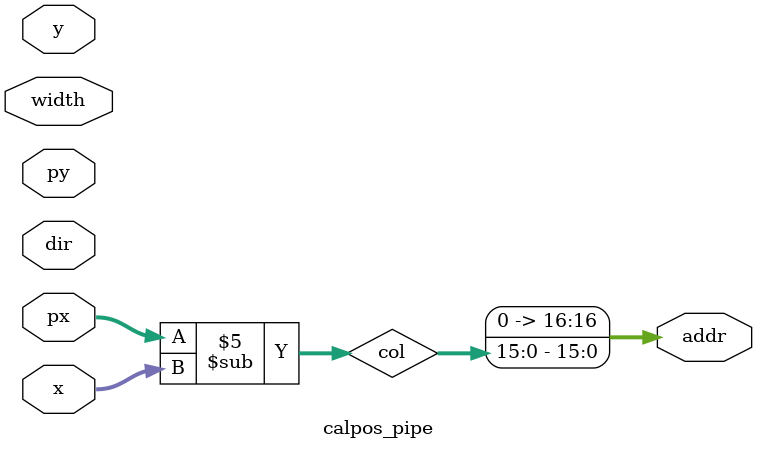
<source format=v>
`timescale 1ns / 1ps

module calpos_pipe(
	input wire dir,
	input wire [15:0] x, y,
	input wire [15:0] width,
	input wire [15:0] px, py,
	output reg [16:0] addr
    );
	
	reg [31:0] op1, op2;
	reg [15:0] col;
	reg [15:0] tmp;
	initial
	begin
		addr = 0;
		op1 = 0;
		tmp = 0;
	end
	
	always @*
	begin
		tmp = dir ? y - py : py - y;
		col = px - x;
		op1 = (tmp[9:0] * width[6:0]);
		addr =/* op1+*/ col;
	end

endmodule

</source>
